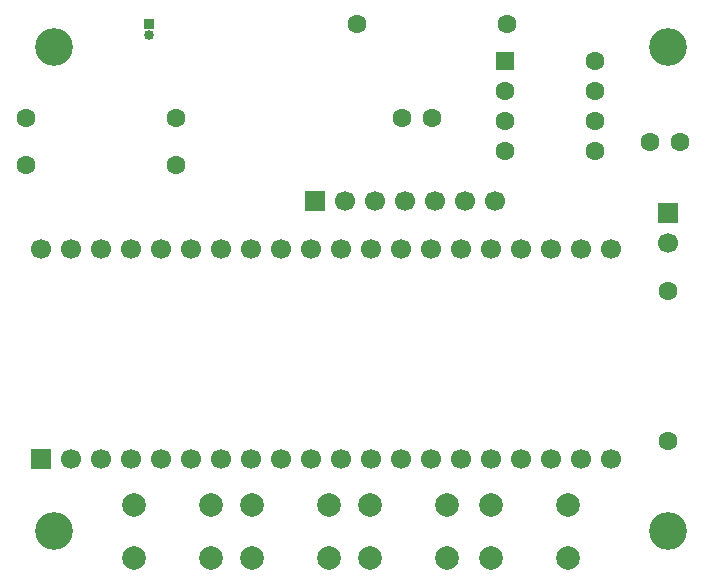
<source format=gbs>
%TF.GenerationSoftware,KiCad,Pcbnew,9.0.3*%
%TF.CreationDate,2025-07-14T11:38:29-07:00*%
%TF.ProjectId,ECE_299_ALARM,4543455f-3239-4395-9f41-4c41524d2e6b,1.0*%
%TF.SameCoordinates,Original*%
%TF.FileFunction,Soldermask,Bot*%
%TF.FilePolarity,Negative*%
%FSLAX46Y46*%
G04 Gerber Fmt 4.6, Leading zero omitted, Abs format (unit mm)*
G04 Created by KiCad (PCBNEW 9.0.3) date 2025-07-14 11:38:29*
%MOMM*%
%LPD*%
G01*
G04 APERTURE LIST*
G04 Aperture macros list*
%AMRoundRect*
0 Rectangle with rounded corners*
0 $1 Rounding radius*
0 $2 $3 $4 $5 $6 $7 $8 $9 X,Y pos of 4 corners*
0 Add a 4 corners polygon primitive as box body*
4,1,4,$2,$3,$4,$5,$6,$7,$8,$9,$2,$3,0*
0 Add four circle primitives for the rounded corners*
1,1,$1+$1,$2,$3*
1,1,$1+$1,$4,$5*
1,1,$1+$1,$6,$7*
1,1,$1+$1,$8,$9*
0 Add four rect primitives between the rounded corners*
20,1,$1+$1,$2,$3,$4,$5,0*
20,1,$1+$1,$4,$5,$6,$7,0*
20,1,$1+$1,$6,$7,$8,$9,0*
20,1,$1+$1,$8,$9,$2,$3,0*%
G04 Aperture macros list end*
%ADD10C,3.200000*%
%ADD11R,1.700000X1.700000*%
%ADD12C,1.700000*%
%ADD13C,2.000000*%
%ADD14C,1.600000*%
%ADD15R,0.850000X0.850000*%
%ADD16C,0.850000*%
%ADD17RoundRect,0.250000X-0.550000X-0.550000X0.550000X-0.550000X0.550000X0.550000X-0.550000X0.550000X0*%
G04 APERTURE END LIST*
D10*
%TO.C,REF\u002A\u002A*%
X90000000Y-115000000D03*
%TD*%
D11*
%TO.C,LS1*%
X142000000Y-88000000D03*
D12*
X142000000Y-90540000D03*
%TD*%
D13*
%TO.C,SW2*%
X106750000Y-112750000D03*
X113250000Y-112750000D03*
X106750000Y-117250000D03*
X113250000Y-117250000D03*
%TD*%
D14*
%TO.C,C1*%
X119500000Y-80000000D03*
X122000000Y-80000000D03*
%TD*%
D10*
%TO.C,REF\u002A\u002A*%
X142000000Y-115000000D03*
%TD*%
D15*
%TO.C,AE1*%
X98000000Y-72000000D03*
D16*
X98000000Y-73000000D03*
%TD*%
D17*
%TO.C,U3*%
X128195000Y-75190000D03*
D14*
X128195000Y-77730000D03*
X128195000Y-80270000D03*
X128195000Y-82810000D03*
X135815000Y-82810000D03*
X135815000Y-80270000D03*
X135815000Y-77730000D03*
X135815000Y-75190000D03*
%TD*%
D10*
%TO.C,REF\u002A\u002A*%
X142000000Y-74000000D03*
%TD*%
%TO.C,REF\u002A\u002A*%
X90000000Y-74000000D03*
%TD*%
D13*
%TO.C,SW3*%
X116750000Y-112750000D03*
X123250000Y-112750000D03*
X116750000Y-117250000D03*
X123250000Y-117250000D03*
%TD*%
%TO.C,SW1*%
X96807950Y-112772844D03*
X103307950Y-112772844D03*
X96807950Y-117272844D03*
X103307950Y-117272844D03*
%TD*%
D14*
%TO.C,C2*%
X140500000Y-82000000D03*
X143000000Y-82000000D03*
%TD*%
D11*
%TO.C,U2*%
X88870000Y-108890000D03*
D12*
X91410000Y-108890000D03*
X93950000Y-108890000D03*
X96490000Y-108890000D03*
X99030000Y-108890000D03*
X101570000Y-108890000D03*
X104110000Y-108890000D03*
X106650000Y-108890000D03*
X109190000Y-108890000D03*
X111730000Y-108890000D03*
X114270000Y-108890000D03*
X116810000Y-108890000D03*
X119350000Y-108890000D03*
X121890000Y-108890000D03*
X124430000Y-108890000D03*
X126970000Y-108890000D03*
X129510000Y-108890000D03*
X132050000Y-108890000D03*
X134590000Y-108890000D03*
X137130000Y-108890000D03*
X137130000Y-91110000D03*
X134590000Y-91110000D03*
X132050000Y-91110000D03*
X129510000Y-91110000D03*
X126970000Y-91110000D03*
X124430000Y-91110000D03*
X121890000Y-91110000D03*
X119350000Y-91110000D03*
X116810000Y-91110000D03*
X114270000Y-91110000D03*
X111730000Y-91110000D03*
X109190000Y-91110000D03*
X106650000Y-91110000D03*
X104110000Y-91110000D03*
X101570000Y-91110000D03*
X99030000Y-91110000D03*
X96490000Y-91110000D03*
X93950000Y-91110000D03*
X91410000Y-91110000D03*
X88870000Y-91110000D03*
%TD*%
D11*
%TO.C,DISP1*%
X112120000Y-87050000D03*
D12*
X114660000Y-87050000D03*
X117200000Y-87050000D03*
X119740000Y-87050000D03*
X122280000Y-87050000D03*
X124820000Y-87050000D03*
X127360000Y-87050000D03*
%TD*%
D13*
%TO.C,SW4*%
X127000000Y-112750000D03*
X133500000Y-112750000D03*
X127000000Y-117250000D03*
X133500000Y-117250000D03*
%TD*%
D14*
%TO.C,R3*%
X87650000Y-84000000D03*
X100350000Y-84000000D03*
%TD*%
%TO.C,R2*%
X142000000Y-94650000D03*
X142000000Y-107350000D03*
%TD*%
%TO.C,R1*%
X115650000Y-72000000D03*
X128350000Y-72000000D03*
%TD*%
%TO.C,R4*%
X87650000Y-80000000D03*
X100350000Y-80000000D03*
%TD*%
M02*

</source>
